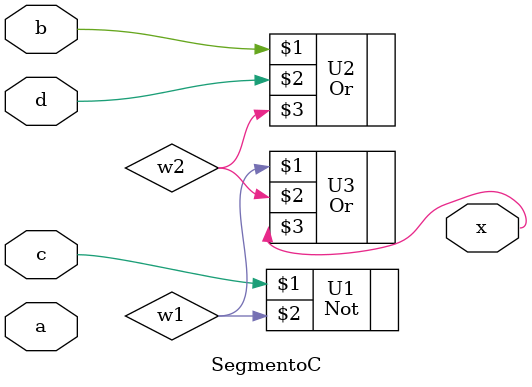
<source format=sv>
module SegmentoC(a,b,c,d,x);
   input a,b,c,d;
  output x;
  wire w1,w2;
  
  Not U1 (c,w1);
  Or U2 (b,d,w2);
  Or U3 (w1,w2,x);
  
endmodule
</source>
